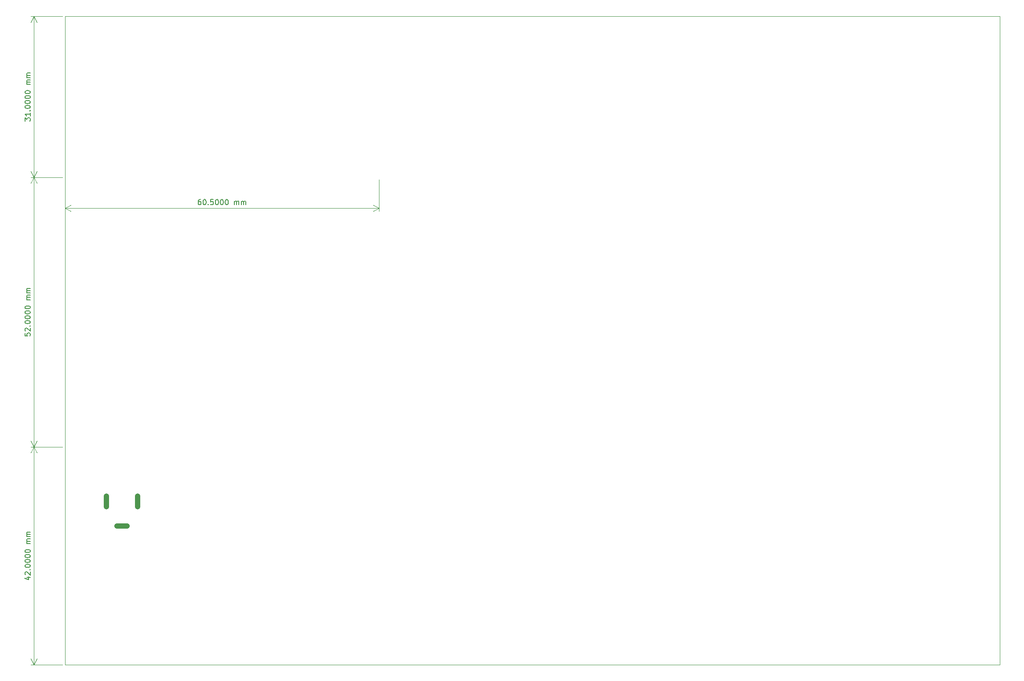
<source format=gbr>
%TF.GenerationSoftware,KiCad,Pcbnew,8.0.7*%
%TF.CreationDate,2025-02-17T17:04:28-05:00*%
%TF.ProjectId,seniordesign,73656e69-6f72-4646-9573-69676e2e6b69,rev?*%
%TF.SameCoordinates,Original*%
%TF.FileFunction,Profile,NP*%
%FSLAX46Y46*%
G04 Gerber Fmt 4.6, Leading zero omitted, Abs format (unit mm)*
G04 Created by KiCad (PCBNEW 8.0.7) date 2025-02-17 17:04:28*
%MOMM*%
%LPD*%
G01*
G04 APERTURE LIST*
%TA.AperFunction,Profile*%
%ADD10C,0.050000*%
%TD*%
%ADD11C,0.150000*%
%TA.AperFunction,Profile*%
%ADD12C,0.990600*%
%TD*%
G04 APERTURE END LIST*
D10*
X230000000Y-150000000D02*
X50000000Y-150000000D01*
X50000000Y-108000000D01*
X50000000Y-56000000D01*
X50000000Y-25000000D01*
X230000000Y-25000000D01*
X230000000Y-150000000D01*
D11*
X76107143Y-60304818D02*
X75916667Y-60304818D01*
X75916667Y-60304818D02*
X75821429Y-60352437D01*
X75821429Y-60352437D02*
X75773810Y-60400056D01*
X75773810Y-60400056D02*
X75678572Y-60542913D01*
X75678572Y-60542913D02*
X75630953Y-60733389D01*
X75630953Y-60733389D02*
X75630953Y-61114341D01*
X75630953Y-61114341D02*
X75678572Y-61209579D01*
X75678572Y-61209579D02*
X75726191Y-61257199D01*
X75726191Y-61257199D02*
X75821429Y-61304818D01*
X75821429Y-61304818D02*
X76011905Y-61304818D01*
X76011905Y-61304818D02*
X76107143Y-61257199D01*
X76107143Y-61257199D02*
X76154762Y-61209579D01*
X76154762Y-61209579D02*
X76202381Y-61114341D01*
X76202381Y-61114341D02*
X76202381Y-60876246D01*
X76202381Y-60876246D02*
X76154762Y-60781008D01*
X76154762Y-60781008D02*
X76107143Y-60733389D01*
X76107143Y-60733389D02*
X76011905Y-60685770D01*
X76011905Y-60685770D02*
X75821429Y-60685770D01*
X75821429Y-60685770D02*
X75726191Y-60733389D01*
X75726191Y-60733389D02*
X75678572Y-60781008D01*
X75678572Y-60781008D02*
X75630953Y-60876246D01*
X76821429Y-60304818D02*
X76916667Y-60304818D01*
X76916667Y-60304818D02*
X77011905Y-60352437D01*
X77011905Y-60352437D02*
X77059524Y-60400056D01*
X77059524Y-60400056D02*
X77107143Y-60495294D01*
X77107143Y-60495294D02*
X77154762Y-60685770D01*
X77154762Y-60685770D02*
X77154762Y-60923865D01*
X77154762Y-60923865D02*
X77107143Y-61114341D01*
X77107143Y-61114341D02*
X77059524Y-61209579D01*
X77059524Y-61209579D02*
X77011905Y-61257199D01*
X77011905Y-61257199D02*
X76916667Y-61304818D01*
X76916667Y-61304818D02*
X76821429Y-61304818D01*
X76821429Y-61304818D02*
X76726191Y-61257199D01*
X76726191Y-61257199D02*
X76678572Y-61209579D01*
X76678572Y-61209579D02*
X76630953Y-61114341D01*
X76630953Y-61114341D02*
X76583334Y-60923865D01*
X76583334Y-60923865D02*
X76583334Y-60685770D01*
X76583334Y-60685770D02*
X76630953Y-60495294D01*
X76630953Y-60495294D02*
X76678572Y-60400056D01*
X76678572Y-60400056D02*
X76726191Y-60352437D01*
X76726191Y-60352437D02*
X76821429Y-60304818D01*
X77583334Y-61209579D02*
X77630953Y-61257199D01*
X77630953Y-61257199D02*
X77583334Y-61304818D01*
X77583334Y-61304818D02*
X77535715Y-61257199D01*
X77535715Y-61257199D02*
X77583334Y-61209579D01*
X77583334Y-61209579D02*
X77583334Y-61304818D01*
X78535714Y-60304818D02*
X78059524Y-60304818D01*
X78059524Y-60304818D02*
X78011905Y-60781008D01*
X78011905Y-60781008D02*
X78059524Y-60733389D01*
X78059524Y-60733389D02*
X78154762Y-60685770D01*
X78154762Y-60685770D02*
X78392857Y-60685770D01*
X78392857Y-60685770D02*
X78488095Y-60733389D01*
X78488095Y-60733389D02*
X78535714Y-60781008D01*
X78535714Y-60781008D02*
X78583333Y-60876246D01*
X78583333Y-60876246D02*
X78583333Y-61114341D01*
X78583333Y-61114341D02*
X78535714Y-61209579D01*
X78535714Y-61209579D02*
X78488095Y-61257199D01*
X78488095Y-61257199D02*
X78392857Y-61304818D01*
X78392857Y-61304818D02*
X78154762Y-61304818D01*
X78154762Y-61304818D02*
X78059524Y-61257199D01*
X78059524Y-61257199D02*
X78011905Y-61209579D01*
X79202381Y-60304818D02*
X79297619Y-60304818D01*
X79297619Y-60304818D02*
X79392857Y-60352437D01*
X79392857Y-60352437D02*
X79440476Y-60400056D01*
X79440476Y-60400056D02*
X79488095Y-60495294D01*
X79488095Y-60495294D02*
X79535714Y-60685770D01*
X79535714Y-60685770D02*
X79535714Y-60923865D01*
X79535714Y-60923865D02*
X79488095Y-61114341D01*
X79488095Y-61114341D02*
X79440476Y-61209579D01*
X79440476Y-61209579D02*
X79392857Y-61257199D01*
X79392857Y-61257199D02*
X79297619Y-61304818D01*
X79297619Y-61304818D02*
X79202381Y-61304818D01*
X79202381Y-61304818D02*
X79107143Y-61257199D01*
X79107143Y-61257199D02*
X79059524Y-61209579D01*
X79059524Y-61209579D02*
X79011905Y-61114341D01*
X79011905Y-61114341D02*
X78964286Y-60923865D01*
X78964286Y-60923865D02*
X78964286Y-60685770D01*
X78964286Y-60685770D02*
X79011905Y-60495294D01*
X79011905Y-60495294D02*
X79059524Y-60400056D01*
X79059524Y-60400056D02*
X79107143Y-60352437D01*
X79107143Y-60352437D02*
X79202381Y-60304818D01*
X80154762Y-60304818D02*
X80250000Y-60304818D01*
X80250000Y-60304818D02*
X80345238Y-60352437D01*
X80345238Y-60352437D02*
X80392857Y-60400056D01*
X80392857Y-60400056D02*
X80440476Y-60495294D01*
X80440476Y-60495294D02*
X80488095Y-60685770D01*
X80488095Y-60685770D02*
X80488095Y-60923865D01*
X80488095Y-60923865D02*
X80440476Y-61114341D01*
X80440476Y-61114341D02*
X80392857Y-61209579D01*
X80392857Y-61209579D02*
X80345238Y-61257199D01*
X80345238Y-61257199D02*
X80250000Y-61304818D01*
X80250000Y-61304818D02*
X80154762Y-61304818D01*
X80154762Y-61304818D02*
X80059524Y-61257199D01*
X80059524Y-61257199D02*
X80011905Y-61209579D01*
X80011905Y-61209579D02*
X79964286Y-61114341D01*
X79964286Y-61114341D02*
X79916667Y-60923865D01*
X79916667Y-60923865D02*
X79916667Y-60685770D01*
X79916667Y-60685770D02*
X79964286Y-60495294D01*
X79964286Y-60495294D02*
X80011905Y-60400056D01*
X80011905Y-60400056D02*
X80059524Y-60352437D01*
X80059524Y-60352437D02*
X80154762Y-60304818D01*
X81107143Y-60304818D02*
X81202381Y-60304818D01*
X81202381Y-60304818D02*
X81297619Y-60352437D01*
X81297619Y-60352437D02*
X81345238Y-60400056D01*
X81345238Y-60400056D02*
X81392857Y-60495294D01*
X81392857Y-60495294D02*
X81440476Y-60685770D01*
X81440476Y-60685770D02*
X81440476Y-60923865D01*
X81440476Y-60923865D02*
X81392857Y-61114341D01*
X81392857Y-61114341D02*
X81345238Y-61209579D01*
X81345238Y-61209579D02*
X81297619Y-61257199D01*
X81297619Y-61257199D02*
X81202381Y-61304818D01*
X81202381Y-61304818D02*
X81107143Y-61304818D01*
X81107143Y-61304818D02*
X81011905Y-61257199D01*
X81011905Y-61257199D02*
X80964286Y-61209579D01*
X80964286Y-61209579D02*
X80916667Y-61114341D01*
X80916667Y-61114341D02*
X80869048Y-60923865D01*
X80869048Y-60923865D02*
X80869048Y-60685770D01*
X80869048Y-60685770D02*
X80916667Y-60495294D01*
X80916667Y-60495294D02*
X80964286Y-60400056D01*
X80964286Y-60400056D02*
X81011905Y-60352437D01*
X81011905Y-60352437D02*
X81107143Y-60304818D01*
X82630953Y-61304818D02*
X82630953Y-60638151D01*
X82630953Y-60733389D02*
X82678572Y-60685770D01*
X82678572Y-60685770D02*
X82773810Y-60638151D01*
X82773810Y-60638151D02*
X82916667Y-60638151D01*
X82916667Y-60638151D02*
X83011905Y-60685770D01*
X83011905Y-60685770D02*
X83059524Y-60781008D01*
X83059524Y-60781008D02*
X83059524Y-61304818D01*
X83059524Y-60781008D02*
X83107143Y-60685770D01*
X83107143Y-60685770D02*
X83202381Y-60638151D01*
X83202381Y-60638151D02*
X83345238Y-60638151D01*
X83345238Y-60638151D02*
X83440477Y-60685770D01*
X83440477Y-60685770D02*
X83488096Y-60781008D01*
X83488096Y-60781008D02*
X83488096Y-61304818D01*
X83964286Y-61304818D02*
X83964286Y-60638151D01*
X83964286Y-60733389D02*
X84011905Y-60685770D01*
X84011905Y-60685770D02*
X84107143Y-60638151D01*
X84107143Y-60638151D02*
X84250000Y-60638151D01*
X84250000Y-60638151D02*
X84345238Y-60685770D01*
X84345238Y-60685770D02*
X84392857Y-60781008D01*
X84392857Y-60781008D02*
X84392857Y-61304818D01*
X84392857Y-60781008D02*
X84440476Y-60685770D01*
X84440476Y-60685770D02*
X84535714Y-60638151D01*
X84535714Y-60638151D02*
X84678571Y-60638151D01*
X84678571Y-60638151D02*
X84773810Y-60685770D01*
X84773810Y-60685770D02*
X84821429Y-60781008D01*
X84821429Y-60781008D02*
X84821429Y-61304818D01*
D10*
X50000000Y-56500000D02*
X50000000Y-62586419D01*
X110500000Y-56500000D02*
X110500000Y-62586419D01*
X50000000Y-61999999D02*
X110500000Y-61999999D01*
X50000000Y-61999999D02*
X110500000Y-61999999D01*
X50000000Y-61999999D02*
X51126504Y-61413578D01*
X50000000Y-61999999D02*
X51126504Y-62586420D01*
X110500000Y-61999999D02*
X109373496Y-62586420D01*
X110500000Y-61999999D02*
X109373496Y-61413578D01*
D11*
X42304820Y-45166665D02*
X42304820Y-44547618D01*
X42304820Y-44547618D02*
X42685772Y-44880951D01*
X42685772Y-44880951D02*
X42685772Y-44738094D01*
X42685772Y-44738094D02*
X42733391Y-44642856D01*
X42733391Y-44642856D02*
X42781010Y-44595237D01*
X42781010Y-44595237D02*
X42876248Y-44547618D01*
X42876248Y-44547618D02*
X43114343Y-44547618D01*
X43114343Y-44547618D02*
X43209581Y-44595237D01*
X43209581Y-44595237D02*
X43257201Y-44642856D01*
X43257201Y-44642856D02*
X43304820Y-44738094D01*
X43304820Y-44738094D02*
X43304820Y-45023808D01*
X43304820Y-45023808D02*
X43257201Y-45119046D01*
X43257201Y-45119046D02*
X43209581Y-45166665D01*
X43304820Y-43595237D02*
X43304820Y-44166665D01*
X43304820Y-43880951D02*
X42304820Y-43880951D01*
X42304820Y-43880951D02*
X42447677Y-43976189D01*
X42447677Y-43976189D02*
X42542915Y-44071427D01*
X42542915Y-44071427D02*
X42590534Y-44166665D01*
X43209581Y-43166665D02*
X43257201Y-43119046D01*
X43257201Y-43119046D02*
X43304820Y-43166665D01*
X43304820Y-43166665D02*
X43257201Y-43214284D01*
X43257201Y-43214284D02*
X43209581Y-43166665D01*
X43209581Y-43166665D02*
X43304820Y-43166665D01*
X42304820Y-42499999D02*
X42304820Y-42404761D01*
X42304820Y-42404761D02*
X42352439Y-42309523D01*
X42352439Y-42309523D02*
X42400058Y-42261904D01*
X42400058Y-42261904D02*
X42495296Y-42214285D01*
X42495296Y-42214285D02*
X42685772Y-42166666D01*
X42685772Y-42166666D02*
X42923867Y-42166666D01*
X42923867Y-42166666D02*
X43114343Y-42214285D01*
X43114343Y-42214285D02*
X43209581Y-42261904D01*
X43209581Y-42261904D02*
X43257201Y-42309523D01*
X43257201Y-42309523D02*
X43304820Y-42404761D01*
X43304820Y-42404761D02*
X43304820Y-42499999D01*
X43304820Y-42499999D02*
X43257201Y-42595237D01*
X43257201Y-42595237D02*
X43209581Y-42642856D01*
X43209581Y-42642856D02*
X43114343Y-42690475D01*
X43114343Y-42690475D02*
X42923867Y-42738094D01*
X42923867Y-42738094D02*
X42685772Y-42738094D01*
X42685772Y-42738094D02*
X42495296Y-42690475D01*
X42495296Y-42690475D02*
X42400058Y-42642856D01*
X42400058Y-42642856D02*
X42352439Y-42595237D01*
X42352439Y-42595237D02*
X42304820Y-42499999D01*
X42304820Y-41547618D02*
X42304820Y-41452380D01*
X42304820Y-41452380D02*
X42352439Y-41357142D01*
X42352439Y-41357142D02*
X42400058Y-41309523D01*
X42400058Y-41309523D02*
X42495296Y-41261904D01*
X42495296Y-41261904D02*
X42685772Y-41214285D01*
X42685772Y-41214285D02*
X42923867Y-41214285D01*
X42923867Y-41214285D02*
X43114343Y-41261904D01*
X43114343Y-41261904D02*
X43209581Y-41309523D01*
X43209581Y-41309523D02*
X43257201Y-41357142D01*
X43257201Y-41357142D02*
X43304820Y-41452380D01*
X43304820Y-41452380D02*
X43304820Y-41547618D01*
X43304820Y-41547618D02*
X43257201Y-41642856D01*
X43257201Y-41642856D02*
X43209581Y-41690475D01*
X43209581Y-41690475D02*
X43114343Y-41738094D01*
X43114343Y-41738094D02*
X42923867Y-41785713D01*
X42923867Y-41785713D02*
X42685772Y-41785713D01*
X42685772Y-41785713D02*
X42495296Y-41738094D01*
X42495296Y-41738094D02*
X42400058Y-41690475D01*
X42400058Y-41690475D02*
X42352439Y-41642856D01*
X42352439Y-41642856D02*
X42304820Y-41547618D01*
X42304820Y-40595237D02*
X42304820Y-40499999D01*
X42304820Y-40499999D02*
X42352439Y-40404761D01*
X42352439Y-40404761D02*
X42400058Y-40357142D01*
X42400058Y-40357142D02*
X42495296Y-40309523D01*
X42495296Y-40309523D02*
X42685772Y-40261904D01*
X42685772Y-40261904D02*
X42923867Y-40261904D01*
X42923867Y-40261904D02*
X43114343Y-40309523D01*
X43114343Y-40309523D02*
X43209581Y-40357142D01*
X43209581Y-40357142D02*
X43257201Y-40404761D01*
X43257201Y-40404761D02*
X43304820Y-40499999D01*
X43304820Y-40499999D02*
X43304820Y-40595237D01*
X43304820Y-40595237D02*
X43257201Y-40690475D01*
X43257201Y-40690475D02*
X43209581Y-40738094D01*
X43209581Y-40738094D02*
X43114343Y-40785713D01*
X43114343Y-40785713D02*
X42923867Y-40833332D01*
X42923867Y-40833332D02*
X42685772Y-40833332D01*
X42685772Y-40833332D02*
X42495296Y-40785713D01*
X42495296Y-40785713D02*
X42400058Y-40738094D01*
X42400058Y-40738094D02*
X42352439Y-40690475D01*
X42352439Y-40690475D02*
X42304820Y-40595237D01*
X42304820Y-39642856D02*
X42304820Y-39547618D01*
X42304820Y-39547618D02*
X42352439Y-39452380D01*
X42352439Y-39452380D02*
X42400058Y-39404761D01*
X42400058Y-39404761D02*
X42495296Y-39357142D01*
X42495296Y-39357142D02*
X42685772Y-39309523D01*
X42685772Y-39309523D02*
X42923867Y-39309523D01*
X42923867Y-39309523D02*
X43114343Y-39357142D01*
X43114343Y-39357142D02*
X43209581Y-39404761D01*
X43209581Y-39404761D02*
X43257201Y-39452380D01*
X43257201Y-39452380D02*
X43304820Y-39547618D01*
X43304820Y-39547618D02*
X43304820Y-39642856D01*
X43304820Y-39642856D02*
X43257201Y-39738094D01*
X43257201Y-39738094D02*
X43209581Y-39785713D01*
X43209581Y-39785713D02*
X43114343Y-39833332D01*
X43114343Y-39833332D02*
X42923867Y-39880951D01*
X42923867Y-39880951D02*
X42685772Y-39880951D01*
X42685772Y-39880951D02*
X42495296Y-39833332D01*
X42495296Y-39833332D02*
X42400058Y-39785713D01*
X42400058Y-39785713D02*
X42352439Y-39738094D01*
X42352439Y-39738094D02*
X42304820Y-39642856D01*
X43304820Y-38119046D02*
X42638153Y-38119046D01*
X42733391Y-38119046D02*
X42685772Y-38071427D01*
X42685772Y-38071427D02*
X42638153Y-37976189D01*
X42638153Y-37976189D02*
X42638153Y-37833332D01*
X42638153Y-37833332D02*
X42685772Y-37738094D01*
X42685772Y-37738094D02*
X42781010Y-37690475D01*
X42781010Y-37690475D02*
X43304820Y-37690475D01*
X42781010Y-37690475D02*
X42685772Y-37642856D01*
X42685772Y-37642856D02*
X42638153Y-37547618D01*
X42638153Y-37547618D02*
X42638153Y-37404761D01*
X42638153Y-37404761D02*
X42685772Y-37309522D01*
X42685772Y-37309522D02*
X42781010Y-37261903D01*
X42781010Y-37261903D02*
X43304820Y-37261903D01*
X43304820Y-36785713D02*
X42638153Y-36785713D01*
X42733391Y-36785713D02*
X42685772Y-36738094D01*
X42685772Y-36738094D02*
X42638153Y-36642856D01*
X42638153Y-36642856D02*
X42638153Y-36499999D01*
X42638153Y-36499999D02*
X42685772Y-36404761D01*
X42685772Y-36404761D02*
X42781010Y-36357142D01*
X42781010Y-36357142D02*
X43304820Y-36357142D01*
X42781010Y-36357142D02*
X42685772Y-36309523D01*
X42685772Y-36309523D02*
X42638153Y-36214285D01*
X42638153Y-36214285D02*
X42638153Y-36071428D01*
X42638153Y-36071428D02*
X42685772Y-35976189D01*
X42685772Y-35976189D02*
X42781010Y-35928570D01*
X42781010Y-35928570D02*
X43304820Y-35928570D01*
D10*
X49500000Y-25000000D02*
X43413581Y-25000000D01*
X49500000Y-56000000D02*
X43413581Y-56000000D01*
X44000001Y-25000000D02*
X44000001Y-56000000D01*
X44000001Y-25000000D02*
X44000001Y-56000000D01*
X44000001Y-25000000D02*
X44586422Y-26126504D01*
X44000001Y-25000000D02*
X43413580Y-26126504D01*
X44000001Y-56000000D02*
X43413580Y-54873496D01*
X44000001Y-56000000D02*
X44586422Y-54873496D01*
D11*
X42304820Y-86095237D02*
X42304820Y-86571427D01*
X42304820Y-86571427D02*
X42781010Y-86619046D01*
X42781010Y-86619046D02*
X42733391Y-86571427D01*
X42733391Y-86571427D02*
X42685772Y-86476189D01*
X42685772Y-86476189D02*
X42685772Y-86238094D01*
X42685772Y-86238094D02*
X42733391Y-86142856D01*
X42733391Y-86142856D02*
X42781010Y-86095237D01*
X42781010Y-86095237D02*
X42876248Y-86047618D01*
X42876248Y-86047618D02*
X43114343Y-86047618D01*
X43114343Y-86047618D02*
X43209581Y-86095237D01*
X43209581Y-86095237D02*
X43257201Y-86142856D01*
X43257201Y-86142856D02*
X43304820Y-86238094D01*
X43304820Y-86238094D02*
X43304820Y-86476189D01*
X43304820Y-86476189D02*
X43257201Y-86571427D01*
X43257201Y-86571427D02*
X43209581Y-86619046D01*
X42400058Y-85666665D02*
X42352439Y-85619046D01*
X42352439Y-85619046D02*
X42304820Y-85523808D01*
X42304820Y-85523808D02*
X42304820Y-85285713D01*
X42304820Y-85285713D02*
X42352439Y-85190475D01*
X42352439Y-85190475D02*
X42400058Y-85142856D01*
X42400058Y-85142856D02*
X42495296Y-85095237D01*
X42495296Y-85095237D02*
X42590534Y-85095237D01*
X42590534Y-85095237D02*
X42733391Y-85142856D01*
X42733391Y-85142856D02*
X43304820Y-85714284D01*
X43304820Y-85714284D02*
X43304820Y-85095237D01*
X43209581Y-84666665D02*
X43257201Y-84619046D01*
X43257201Y-84619046D02*
X43304820Y-84666665D01*
X43304820Y-84666665D02*
X43257201Y-84714284D01*
X43257201Y-84714284D02*
X43209581Y-84666665D01*
X43209581Y-84666665D02*
X43304820Y-84666665D01*
X42304820Y-83999999D02*
X42304820Y-83904761D01*
X42304820Y-83904761D02*
X42352439Y-83809523D01*
X42352439Y-83809523D02*
X42400058Y-83761904D01*
X42400058Y-83761904D02*
X42495296Y-83714285D01*
X42495296Y-83714285D02*
X42685772Y-83666666D01*
X42685772Y-83666666D02*
X42923867Y-83666666D01*
X42923867Y-83666666D02*
X43114343Y-83714285D01*
X43114343Y-83714285D02*
X43209581Y-83761904D01*
X43209581Y-83761904D02*
X43257201Y-83809523D01*
X43257201Y-83809523D02*
X43304820Y-83904761D01*
X43304820Y-83904761D02*
X43304820Y-83999999D01*
X43304820Y-83999999D02*
X43257201Y-84095237D01*
X43257201Y-84095237D02*
X43209581Y-84142856D01*
X43209581Y-84142856D02*
X43114343Y-84190475D01*
X43114343Y-84190475D02*
X42923867Y-84238094D01*
X42923867Y-84238094D02*
X42685772Y-84238094D01*
X42685772Y-84238094D02*
X42495296Y-84190475D01*
X42495296Y-84190475D02*
X42400058Y-84142856D01*
X42400058Y-84142856D02*
X42352439Y-84095237D01*
X42352439Y-84095237D02*
X42304820Y-83999999D01*
X42304820Y-83047618D02*
X42304820Y-82952380D01*
X42304820Y-82952380D02*
X42352439Y-82857142D01*
X42352439Y-82857142D02*
X42400058Y-82809523D01*
X42400058Y-82809523D02*
X42495296Y-82761904D01*
X42495296Y-82761904D02*
X42685772Y-82714285D01*
X42685772Y-82714285D02*
X42923867Y-82714285D01*
X42923867Y-82714285D02*
X43114343Y-82761904D01*
X43114343Y-82761904D02*
X43209581Y-82809523D01*
X43209581Y-82809523D02*
X43257201Y-82857142D01*
X43257201Y-82857142D02*
X43304820Y-82952380D01*
X43304820Y-82952380D02*
X43304820Y-83047618D01*
X43304820Y-83047618D02*
X43257201Y-83142856D01*
X43257201Y-83142856D02*
X43209581Y-83190475D01*
X43209581Y-83190475D02*
X43114343Y-83238094D01*
X43114343Y-83238094D02*
X42923867Y-83285713D01*
X42923867Y-83285713D02*
X42685772Y-83285713D01*
X42685772Y-83285713D02*
X42495296Y-83238094D01*
X42495296Y-83238094D02*
X42400058Y-83190475D01*
X42400058Y-83190475D02*
X42352439Y-83142856D01*
X42352439Y-83142856D02*
X42304820Y-83047618D01*
X42304820Y-82095237D02*
X42304820Y-81999999D01*
X42304820Y-81999999D02*
X42352439Y-81904761D01*
X42352439Y-81904761D02*
X42400058Y-81857142D01*
X42400058Y-81857142D02*
X42495296Y-81809523D01*
X42495296Y-81809523D02*
X42685772Y-81761904D01*
X42685772Y-81761904D02*
X42923867Y-81761904D01*
X42923867Y-81761904D02*
X43114343Y-81809523D01*
X43114343Y-81809523D02*
X43209581Y-81857142D01*
X43209581Y-81857142D02*
X43257201Y-81904761D01*
X43257201Y-81904761D02*
X43304820Y-81999999D01*
X43304820Y-81999999D02*
X43304820Y-82095237D01*
X43304820Y-82095237D02*
X43257201Y-82190475D01*
X43257201Y-82190475D02*
X43209581Y-82238094D01*
X43209581Y-82238094D02*
X43114343Y-82285713D01*
X43114343Y-82285713D02*
X42923867Y-82333332D01*
X42923867Y-82333332D02*
X42685772Y-82333332D01*
X42685772Y-82333332D02*
X42495296Y-82285713D01*
X42495296Y-82285713D02*
X42400058Y-82238094D01*
X42400058Y-82238094D02*
X42352439Y-82190475D01*
X42352439Y-82190475D02*
X42304820Y-82095237D01*
X42304820Y-81142856D02*
X42304820Y-81047618D01*
X42304820Y-81047618D02*
X42352439Y-80952380D01*
X42352439Y-80952380D02*
X42400058Y-80904761D01*
X42400058Y-80904761D02*
X42495296Y-80857142D01*
X42495296Y-80857142D02*
X42685772Y-80809523D01*
X42685772Y-80809523D02*
X42923867Y-80809523D01*
X42923867Y-80809523D02*
X43114343Y-80857142D01*
X43114343Y-80857142D02*
X43209581Y-80904761D01*
X43209581Y-80904761D02*
X43257201Y-80952380D01*
X43257201Y-80952380D02*
X43304820Y-81047618D01*
X43304820Y-81047618D02*
X43304820Y-81142856D01*
X43304820Y-81142856D02*
X43257201Y-81238094D01*
X43257201Y-81238094D02*
X43209581Y-81285713D01*
X43209581Y-81285713D02*
X43114343Y-81333332D01*
X43114343Y-81333332D02*
X42923867Y-81380951D01*
X42923867Y-81380951D02*
X42685772Y-81380951D01*
X42685772Y-81380951D02*
X42495296Y-81333332D01*
X42495296Y-81333332D02*
X42400058Y-81285713D01*
X42400058Y-81285713D02*
X42352439Y-81238094D01*
X42352439Y-81238094D02*
X42304820Y-81142856D01*
X43304820Y-79619046D02*
X42638153Y-79619046D01*
X42733391Y-79619046D02*
X42685772Y-79571427D01*
X42685772Y-79571427D02*
X42638153Y-79476189D01*
X42638153Y-79476189D02*
X42638153Y-79333332D01*
X42638153Y-79333332D02*
X42685772Y-79238094D01*
X42685772Y-79238094D02*
X42781010Y-79190475D01*
X42781010Y-79190475D02*
X43304820Y-79190475D01*
X42781010Y-79190475D02*
X42685772Y-79142856D01*
X42685772Y-79142856D02*
X42638153Y-79047618D01*
X42638153Y-79047618D02*
X42638153Y-78904761D01*
X42638153Y-78904761D02*
X42685772Y-78809522D01*
X42685772Y-78809522D02*
X42781010Y-78761903D01*
X42781010Y-78761903D02*
X43304820Y-78761903D01*
X43304820Y-78285713D02*
X42638153Y-78285713D01*
X42733391Y-78285713D02*
X42685772Y-78238094D01*
X42685772Y-78238094D02*
X42638153Y-78142856D01*
X42638153Y-78142856D02*
X42638153Y-77999999D01*
X42638153Y-77999999D02*
X42685772Y-77904761D01*
X42685772Y-77904761D02*
X42781010Y-77857142D01*
X42781010Y-77857142D02*
X43304820Y-77857142D01*
X42781010Y-77857142D02*
X42685772Y-77809523D01*
X42685772Y-77809523D02*
X42638153Y-77714285D01*
X42638153Y-77714285D02*
X42638153Y-77571428D01*
X42638153Y-77571428D02*
X42685772Y-77476189D01*
X42685772Y-77476189D02*
X42781010Y-77428570D01*
X42781010Y-77428570D02*
X43304820Y-77428570D01*
D10*
X49500000Y-56000000D02*
X43413581Y-56000000D01*
X49500000Y-108000000D02*
X43413581Y-108000000D01*
X44000001Y-56000000D02*
X44000001Y-108000000D01*
X44000001Y-56000000D02*
X44000001Y-108000000D01*
X44000001Y-56000000D02*
X44586422Y-57126504D01*
X44000001Y-56000000D02*
X43413580Y-57126504D01*
X44000001Y-108000000D02*
X43413580Y-106873496D01*
X44000001Y-108000000D02*
X44586422Y-106873496D01*
D11*
X42638153Y-133142856D02*
X43304820Y-133142856D01*
X42257201Y-133380951D02*
X42971486Y-133619046D01*
X42971486Y-133619046D02*
X42971486Y-132999999D01*
X42400058Y-132666665D02*
X42352439Y-132619046D01*
X42352439Y-132619046D02*
X42304820Y-132523808D01*
X42304820Y-132523808D02*
X42304820Y-132285713D01*
X42304820Y-132285713D02*
X42352439Y-132190475D01*
X42352439Y-132190475D02*
X42400058Y-132142856D01*
X42400058Y-132142856D02*
X42495296Y-132095237D01*
X42495296Y-132095237D02*
X42590534Y-132095237D01*
X42590534Y-132095237D02*
X42733391Y-132142856D01*
X42733391Y-132142856D02*
X43304820Y-132714284D01*
X43304820Y-132714284D02*
X43304820Y-132095237D01*
X43209581Y-131666665D02*
X43257201Y-131619046D01*
X43257201Y-131619046D02*
X43304820Y-131666665D01*
X43304820Y-131666665D02*
X43257201Y-131714284D01*
X43257201Y-131714284D02*
X43209581Y-131666665D01*
X43209581Y-131666665D02*
X43304820Y-131666665D01*
X42304820Y-130999999D02*
X42304820Y-130904761D01*
X42304820Y-130904761D02*
X42352439Y-130809523D01*
X42352439Y-130809523D02*
X42400058Y-130761904D01*
X42400058Y-130761904D02*
X42495296Y-130714285D01*
X42495296Y-130714285D02*
X42685772Y-130666666D01*
X42685772Y-130666666D02*
X42923867Y-130666666D01*
X42923867Y-130666666D02*
X43114343Y-130714285D01*
X43114343Y-130714285D02*
X43209581Y-130761904D01*
X43209581Y-130761904D02*
X43257201Y-130809523D01*
X43257201Y-130809523D02*
X43304820Y-130904761D01*
X43304820Y-130904761D02*
X43304820Y-130999999D01*
X43304820Y-130999999D02*
X43257201Y-131095237D01*
X43257201Y-131095237D02*
X43209581Y-131142856D01*
X43209581Y-131142856D02*
X43114343Y-131190475D01*
X43114343Y-131190475D02*
X42923867Y-131238094D01*
X42923867Y-131238094D02*
X42685772Y-131238094D01*
X42685772Y-131238094D02*
X42495296Y-131190475D01*
X42495296Y-131190475D02*
X42400058Y-131142856D01*
X42400058Y-131142856D02*
X42352439Y-131095237D01*
X42352439Y-131095237D02*
X42304820Y-130999999D01*
X42304820Y-130047618D02*
X42304820Y-129952380D01*
X42304820Y-129952380D02*
X42352439Y-129857142D01*
X42352439Y-129857142D02*
X42400058Y-129809523D01*
X42400058Y-129809523D02*
X42495296Y-129761904D01*
X42495296Y-129761904D02*
X42685772Y-129714285D01*
X42685772Y-129714285D02*
X42923867Y-129714285D01*
X42923867Y-129714285D02*
X43114343Y-129761904D01*
X43114343Y-129761904D02*
X43209581Y-129809523D01*
X43209581Y-129809523D02*
X43257201Y-129857142D01*
X43257201Y-129857142D02*
X43304820Y-129952380D01*
X43304820Y-129952380D02*
X43304820Y-130047618D01*
X43304820Y-130047618D02*
X43257201Y-130142856D01*
X43257201Y-130142856D02*
X43209581Y-130190475D01*
X43209581Y-130190475D02*
X43114343Y-130238094D01*
X43114343Y-130238094D02*
X42923867Y-130285713D01*
X42923867Y-130285713D02*
X42685772Y-130285713D01*
X42685772Y-130285713D02*
X42495296Y-130238094D01*
X42495296Y-130238094D02*
X42400058Y-130190475D01*
X42400058Y-130190475D02*
X42352439Y-130142856D01*
X42352439Y-130142856D02*
X42304820Y-130047618D01*
X42304820Y-129095237D02*
X42304820Y-128999999D01*
X42304820Y-128999999D02*
X42352439Y-128904761D01*
X42352439Y-128904761D02*
X42400058Y-128857142D01*
X42400058Y-128857142D02*
X42495296Y-128809523D01*
X42495296Y-128809523D02*
X42685772Y-128761904D01*
X42685772Y-128761904D02*
X42923867Y-128761904D01*
X42923867Y-128761904D02*
X43114343Y-128809523D01*
X43114343Y-128809523D02*
X43209581Y-128857142D01*
X43209581Y-128857142D02*
X43257201Y-128904761D01*
X43257201Y-128904761D02*
X43304820Y-128999999D01*
X43304820Y-128999999D02*
X43304820Y-129095237D01*
X43304820Y-129095237D02*
X43257201Y-129190475D01*
X43257201Y-129190475D02*
X43209581Y-129238094D01*
X43209581Y-129238094D02*
X43114343Y-129285713D01*
X43114343Y-129285713D02*
X42923867Y-129333332D01*
X42923867Y-129333332D02*
X42685772Y-129333332D01*
X42685772Y-129333332D02*
X42495296Y-129285713D01*
X42495296Y-129285713D02*
X42400058Y-129238094D01*
X42400058Y-129238094D02*
X42352439Y-129190475D01*
X42352439Y-129190475D02*
X42304820Y-129095237D01*
X42304820Y-128142856D02*
X42304820Y-128047618D01*
X42304820Y-128047618D02*
X42352439Y-127952380D01*
X42352439Y-127952380D02*
X42400058Y-127904761D01*
X42400058Y-127904761D02*
X42495296Y-127857142D01*
X42495296Y-127857142D02*
X42685772Y-127809523D01*
X42685772Y-127809523D02*
X42923867Y-127809523D01*
X42923867Y-127809523D02*
X43114343Y-127857142D01*
X43114343Y-127857142D02*
X43209581Y-127904761D01*
X43209581Y-127904761D02*
X43257201Y-127952380D01*
X43257201Y-127952380D02*
X43304820Y-128047618D01*
X43304820Y-128047618D02*
X43304820Y-128142856D01*
X43304820Y-128142856D02*
X43257201Y-128238094D01*
X43257201Y-128238094D02*
X43209581Y-128285713D01*
X43209581Y-128285713D02*
X43114343Y-128333332D01*
X43114343Y-128333332D02*
X42923867Y-128380951D01*
X42923867Y-128380951D02*
X42685772Y-128380951D01*
X42685772Y-128380951D02*
X42495296Y-128333332D01*
X42495296Y-128333332D02*
X42400058Y-128285713D01*
X42400058Y-128285713D02*
X42352439Y-128238094D01*
X42352439Y-128238094D02*
X42304820Y-128142856D01*
X43304820Y-126619046D02*
X42638153Y-126619046D01*
X42733391Y-126619046D02*
X42685772Y-126571427D01*
X42685772Y-126571427D02*
X42638153Y-126476189D01*
X42638153Y-126476189D02*
X42638153Y-126333332D01*
X42638153Y-126333332D02*
X42685772Y-126238094D01*
X42685772Y-126238094D02*
X42781010Y-126190475D01*
X42781010Y-126190475D02*
X43304820Y-126190475D01*
X42781010Y-126190475D02*
X42685772Y-126142856D01*
X42685772Y-126142856D02*
X42638153Y-126047618D01*
X42638153Y-126047618D02*
X42638153Y-125904761D01*
X42638153Y-125904761D02*
X42685772Y-125809522D01*
X42685772Y-125809522D02*
X42781010Y-125761903D01*
X42781010Y-125761903D02*
X43304820Y-125761903D01*
X43304820Y-125285713D02*
X42638153Y-125285713D01*
X42733391Y-125285713D02*
X42685772Y-125238094D01*
X42685772Y-125238094D02*
X42638153Y-125142856D01*
X42638153Y-125142856D02*
X42638153Y-124999999D01*
X42638153Y-124999999D02*
X42685772Y-124904761D01*
X42685772Y-124904761D02*
X42781010Y-124857142D01*
X42781010Y-124857142D02*
X43304820Y-124857142D01*
X42781010Y-124857142D02*
X42685772Y-124809523D01*
X42685772Y-124809523D02*
X42638153Y-124714285D01*
X42638153Y-124714285D02*
X42638153Y-124571428D01*
X42638153Y-124571428D02*
X42685772Y-124476189D01*
X42685772Y-124476189D02*
X42781010Y-124428570D01*
X42781010Y-124428570D02*
X43304820Y-124428570D01*
D10*
X49500000Y-108000000D02*
X43413581Y-108000000D01*
X49500000Y-150000000D02*
X43413581Y-150000000D01*
X44000001Y-108000000D02*
X44000001Y-150000000D01*
X44000001Y-108000000D02*
X44000001Y-150000000D01*
X44000001Y-108000000D02*
X44586422Y-109126504D01*
X44000001Y-108000000D02*
X43413580Y-109126504D01*
X44000001Y-150000000D02*
X43413580Y-148873496D01*
X44000001Y-150000000D02*
X44586422Y-148873496D01*
D12*
%TO.C,J1*%
X57975350Y-119526550D02*
X57975350Y-117519950D01*
X61978651Y-123223251D02*
X59972051Y-123223251D01*
X63975351Y-119526550D02*
X63975351Y-117519950D01*
%TD*%
M02*

</source>
